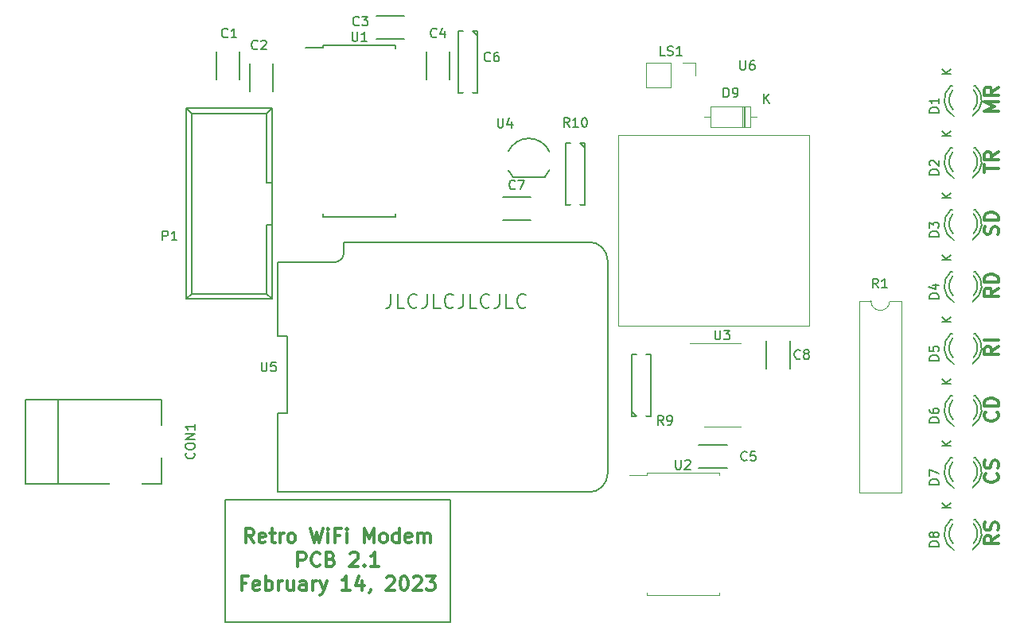
<source format=gto>
G04 #@! TF.GenerationSoftware,KiCad,Pcbnew,5.1.12*
G04 #@! TF.CreationDate,2023-02-14T20:37:59-07:00*
G04 #@! TF.ProjectId,RetroWiFiModem,52657472-6f57-4694-9669-4d6f64656d2e,0.3*
G04 #@! TF.SameCoordinates,Original*
G04 #@! TF.FileFunction,Legend,Top*
G04 #@! TF.FilePolarity,Positive*
%FSLAX46Y46*%
G04 Gerber Fmt 4.6, Leading zero omitted, Abs format (unit mm)*
G04 Created by KiCad (PCBNEW 5.1.12) date 2023-02-14 20:37:59*
%MOMM*%
%LPD*%
G01*
G04 APERTURE LIST*
%ADD10C,0.150000*%
%ADD11C,0.300000*%
%ADD12C,0.120000*%
%ADD13C,1.524000*%
%ADD14C,1.300000*%
%ADD15R,1.300000X1.300000*%
%ADD16C,1.397000*%
%ADD17C,1.800000*%
%ADD18O,1.727200X1.727200*%
%ADD19R,1.727200X1.727200*%
%ADD20R,3.500120X3.500120*%
%ADD21C,2.000000*%
%ADD22R,2.000000X2.000000*%
%ADD23R,1.700000X1.700000*%
%ADD24O,1.700000X1.700000*%
%ADD25O,2.400000X1.600000*%
%ADD26R,2.400000X1.600000*%
%ADD27C,3.200000*%
%ADD28R,2.000000X0.600000*%
%ADD29R,1.600000X1.600000*%
%ADD30O,1.600000X1.600000*%
G04 APERTURE END LIST*
D10*
X144836428Y-106493571D02*
X144836428Y-107565000D01*
X144765000Y-107779285D01*
X144622142Y-107922142D01*
X144407857Y-107993571D01*
X144265000Y-107993571D01*
X146265000Y-107993571D02*
X145550714Y-107993571D01*
X145550714Y-106493571D01*
X147622142Y-107850714D02*
X147550714Y-107922142D01*
X147336428Y-107993571D01*
X147193571Y-107993571D01*
X146979285Y-107922142D01*
X146836428Y-107779285D01*
X146765000Y-107636428D01*
X146693571Y-107350714D01*
X146693571Y-107136428D01*
X146765000Y-106850714D01*
X146836428Y-106707857D01*
X146979285Y-106565000D01*
X147193571Y-106493571D01*
X147336428Y-106493571D01*
X147550714Y-106565000D01*
X147622142Y-106636428D01*
X148693571Y-106493571D02*
X148693571Y-107565000D01*
X148622142Y-107779285D01*
X148479285Y-107922142D01*
X148265000Y-107993571D01*
X148122142Y-107993571D01*
X150122142Y-107993571D02*
X149407857Y-107993571D01*
X149407857Y-106493571D01*
X151479285Y-107850714D02*
X151407857Y-107922142D01*
X151193571Y-107993571D01*
X151050714Y-107993571D01*
X150836428Y-107922142D01*
X150693571Y-107779285D01*
X150622142Y-107636428D01*
X150550714Y-107350714D01*
X150550714Y-107136428D01*
X150622142Y-106850714D01*
X150693571Y-106707857D01*
X150836428Y-106565000D01*
X151050714Y-106493571D01*
X151193571Y-106493571D01*
X151407857Y-106565000D01*
X151479285Y-106636428D01*
X152550714Y-106493571D02*
X152550714Y-107565000D01*
X152479285Y-107779285D01*
X152336428Y-107922142D01*
X152122142Y-107993571D01*
X151979285Y-107993571D01*
X153979285Y-107993571D02*
X153265000Y-107993571D01*
X153265000Y-106493571D01*
X155336428Y-107850714D02*
X155265000Y-107922142D01*
X155050714Y-107993571D01*
X154907857Y-107993571D01*
X154693571Y-107922142D01*
X154550714Y-107779285D01*
X154479285Y-107636428D01*
X154407857Y-107350714D01*
X154407857Y-107136428D01*
X154479285Y-106850714D01*
X154550714Y-106707857D01*
X154693571Y-106565000D01*
X154907857Y-106493571D01*
X155050714Y-106493571D01*
X155265000Y-106565000D01*
X155336428Y-106636428D01*
X156407857Y-106493571D02*
X156407857Y-107565000D01*
X156336428Y-107779285D01*
X156193571Y-107922142D01*
X155979285Y-107993571D01*
X155836428Y-107993571D01*
X157836428Y-107993571D02*
X157122142Y-107993571D01*
X157122142Y-106493571D01*
X159193571Y-107850714D02*
X159122142Y-107922142D01*
X158907857Y-107993571D01*
X158765000Y-107993571D01*
X158550714Y-107922142D01*
X158407857Y-107779285D01*
X158336428Y-107636428D01*
X158265000Y-107350714D01*
X158265000Y-107136428D01*
X158336428Y-106850714D01*
X158407857Y-106707857D01*
X158550714Y-106565000D01*
X158765000Y-106493571D01*
X158907857Y-106493571D01*
X159122142Y-106565000D01*
X159193571Y-106636428D01*
X127159000Y-141476000D02*
X127159000Y-128476000D01*
X151159000Y-141476000D02*
X127159000Y-141476000D01*
X151159000Y-128476000D02*
X151159000Y-141476000D01*
X127159000Y-128476000D02*
X151159000Y-128476000D01*
D11*
X130227714Y-133002571D02*
X129727714Y-132288285D01*
X129370571Y-133002571D02*
X129370571Y-131502571D01*
X129942000Y-131502571D01*
X130084857Y-131574000D01*
X130156285Y-131645428D01*
X130227714Y-131788285D01*
X130227714Y-132002571D01*
X130156285Y-132145428D01*
X130084857Y-132216857D01*
X129942000Y-132288285D01*
X129370571Y-132288285D01*
X131442000Y-132931142D02*
X131299142Y-133002571D01*
X131013428Y-133002571D01*
X130870571Y-132931142D01*
X130799142Y-132788285D01*
X130799142Y-132216857D01*
X130870571Y-132074000D01*
X131013428Y-132002571D01*
X131299142Y-132002571D01*
X131442000Y-132074000D01*
X131513428Y-132216857D01*
X131513428Y-132359714D01*
X130799142Y-132502571D01*
X131942000Y-132002571D02*
X132513428Y-132002571D01*
X132156285Y-131502571D02*
X132156285Y-132788285D01*
X132227714Y-132931142D01*
X132370571Y-133002571D01*
X132513428Y-133002571D01*
X133013428Y-133002571D02*
X133013428Y-132002571D01*
X133013428Y-132288285D02*
X133084857Y-132145428D01*
X133156285Y-132074000D01*
X133299142Y-132002571D01*
X133442000Y-132002571D01*
X134156285Y-133002571D02*
X134013428Y-132931142D01*
X133942000Y-132859714D01*
X133870571Y-132716857D01*
X133870571Y-132288285D01*
X133942000Y-132145428D01*
X134013428Y-132074000D01*
X134156285Y-132002571D01*
X134370571Y-132002571D01*
X134513428Y-132074000D01*
X134584857Y-132145428D01*
X134656285Y-132288285D01*
X134656285Y-132716857D01*
X134584857Y-132859714D01*
X134513428Y-132931142D01*
X134370571Y-133002571D01*
X134156285Y-133002571D01*
X136299142Y-131502571D02*
X136656285Y-133002571D01*
X136942000Y-131931142D01*
X137227714Y-133002571D01*
X137584857Y-131502571D01*
X138156285Y-133002571D02*
X138156285Y-132002571D01*
X138156285Y-131502571D02*
X138084857Y-131574000D01*
X138156285Y-131645428D01*
X138227714Y-131574000D01*
X138156285Y-131502571D01*
X138156285Y-131645428D01*
X139370571Y-132216857D02*
X138870571Y-132216857D01*
X138870571Y-133002571D02*
X138870571Y-131502571D01*
X139584857Y-131502571D01*
X140156285Y-133002571D02*
X140156285Y-132002571D01*
X140156285Y-131502571D02*
X140084857Y-131574000D01*
X140156285Y-131645428D01*
X140227714Y-131574000D01*
X140156285Y-131502571D01*
X140156285Y-131645428D01*
X142013428Y-133002571D02*
X142013428Y-131502571D01*
X142513428Y-132574000D01*
X143013428Y-131502571D01*
X143013428Y-133002571D01*
X143942000Y-133002571D02*
X143799142Y-132931142D01*
X143727714Y-132859714D01*
X143656285Y-132716857D01*
X143656285Y-132288285D01*
X143727714Y-132145428D01*
X143799142Y-132074000D01*
X143942000Y-132002571D01*
X144156285Y-132002571D01*
X144299142Y-132074000D01*
X144370571Y-132145428D01*
X144442000Y-132288285D01*
X144442000Y-132716857D01*
X144370571Y-132859714D01*
X144299142Y-132931142D01*
X144156285Y-133002571D01*
X143942000Y-133002571D01*
X145727714Y-133002571D02*
X145727714Y-131502571D01*
X145727714Y-132931142D02*
X145584857Y-133002571D01*
X145299142Y-133002571D01*
X145156285Y-132931142D01*
X145084857Y-132859714D01*
X145013428Y-132716857D01*
X145013428Y-132288285D01*
X145084857Y-132145428D01*
X145156285Y-132074000D01*
X145299142Y-132002571D01*
X145584857Y-132002571D01*
X145727714Y-132074000D01*
X147013428Y-132931142D02*
X146870571Y-133002571D01*
X146584857Y-133002571D01*
X146442000Y-132931142D01*
X146370571Y-132788285D01*
X146370571Y-132216857D01*
X146442000Y-132074000D01*
X146584857Y-132002571D01*
X146870571Y-132002571D01*
X147013428Y-132074000D01*
X147084857Y-132216857D01*
X147084857Y-132359714D01*
X146370571Y-132502571D01*
X147727714Y-133002571D02*
X147727714Y-132002571D01*
X147727714Y-132145428D02*
X147799142Y-132074000D01*
X147942000Y-132002571D01*
X148156285Y-132002571D01*
X148299142Y-132074000D01*
X148370571Y-132216857D01*
X148370571Y-133002571D01*
X148370571Y-132216857D02*
X148442000Y-132074000D01*
X148584857Y-132002571D01*
X148799142Y-132002571D01*
X148942000Y-132074000D01*
X149013428Y-132216857D01*
X149013428Y-133002571D01*
X134942000Y-135552571D02*
X134942000Y-134052571D01*
X135513428Y-134052571D01*
X135656285Y-134124000D01*
X135727714Y-134195428D01*
X135799142Y-134338285D01*
X135799142Y-134552571D01*
X135727714Y-134695428D01*
X135656285Y-134766857D01*
X135513428Y-134838285D01*
X134942000Y-134838285D01*
X137299142Y-135409714D02*
X137227714Y-135481142D01*
X137013428Y-135552571D01*
X136870571Y-135552571D01*
X136656285Y-135481142D01*
X136513428Y-135338285D01*
X136442000Y-135195428D01*
X136370571Y-134909714D01*
X136370571Y-134695428D01*
X136442000Y-134409714D01*
X136513428Y-134266857D01*
X136656285Y-134124000D01*
X136870571Y-134052571D01*
X137013428Y-134052571D01*
X137227714Y-134124000D01*
X137299142Y-134195428D01*
X138442000Y-134766857D02*
X138656285Y-134838285D01*
X138727714Y-134909714D01*
X138799142Y-135052571D01*
X138799142Y-135266857D01*
X138727714Y-135409714D01*
X138656285Y-135481142D01*
X138513428Y-135552571D01*
X137942000Y-135552571D01*
X137942000Y-134052571D01*
X138442000Y-134052571D01*
X138584857Y-134124000D01*
X138656285Y-134195428D01*
X138727714Y-134338285D01*
X138727714Y-134481142D01*
X138656285Y-134624000D01*
X138584857Y-134695428D01*
X138442000Y-134766857D01*
X137942000Y-134766857D01*
X140513428Y-134195428D02*
X140584857Y-134124000D01*
X140727714Y-134052571D01*
X141084857Y-134052571D01*
X141227714Y-134124000D01*
X141299142Y-134195428D01*
X141370571Y-134338285D01*
X141370571Y-134481142D01*
X141299142Y-134695428D01*
X140442000Y-135552571D01*
X141370571Y-135552571D01*
X142013428Y-135409714D02*
X142084857Y-135481142D01*
X142013428Y-135552571D01*
X141942000Y-135481142D01*
X142013428Y-135409714D01*
X142013428Y-135552571D01*
X143513428Y-135552571D02*
X142656285Y-135552571D01*
X143084857Y-135552571D02*
X143084857Y-134052571D01*
X142942000Y-134266857D01*
X142799142Y-134409714D01*
X142656285Y-134481142D01*
X129442000Y-137316857D02*
X128942000Y-137316857D01*
X128942000Y-138102571D02*
X128942000Y-136602571D01*
X129656285Y-136602571D01*
X130799142Y-138031142D02*
X130656285Y-138102571D01*
X130370571Y-138102571D01*
X130227714Y-138031142D01*
X130156285Y-137888285D01*
X130156285Y-137316857D01*
X130227714Y-137174000D01*
X130370571Y-137102571D01*
X130656285Y-137102571D01*
X130799142Y-137174000D01*
X130870571Y-137316857D01*
X130870571Y-137459714D01*
X130156285Y-137602571D01*
X131513428Y-138102571D02*
X131513428Y-136602571D01*
X131513428Y-137174000D02*
X131656285Y-137102571D01*
X131942000Y-137102571D01*
X132084857Y-137174000D01*
X132156285Y-137245428D01*
X132227714Y-137388285D01*
X132227714Y-137816857D01*
X132156285Y-137959714D01*
X132084857Y-138031142D01*
X131942000Y-138102571D01*
X131656285Y-138102571D01*
X131513428Y-138031142D01*
X132870571Y-138102571D02*
X132870571Y-137102571D01*
X132870571Y-137388285D02*
X132942000Y-137245428D01*
X133013428Y-137174000D01*
X133156285Y-137102571D01*
X133299142Y-137102571D01*
X134442000Y-137102571D02*
X134442000Y-138102571D01*
X133799142Y-137102571D02*
X133799142Y-137888285D01*
X133870571Y-138031142D01*
X134013428Y-138102571D01*
X134227714Y-138102571D01*
X134370571Y-138031142D01*
X134442000Y-137959714D01*
X135799142Y-138102571D02*
X135799142Y-137316857D01*
X135727714Y-137174000D01*
X135584857Y-137102571D01*
X135299142Y-137102571D01*
X135156285Y-137174000D01*
X135799142Y-138031142D02*
X135656285Y-138102571D01*
X135299142Y-138102571D01*
X135156285Y-138031142D01*
X135084857Y-137888285D01*
X135084857Y-137745428D01*
X135156285Y-137602571D01*
X135299142Y-137531142D01*
X135656285Y-137531142D01*
X135799142Y-137459714D01*
X136513428Y-138102571D02*
X136513428Y-137102571D01*
X136513428Y-137388285D02*
X136584857Y-137245428D01*
X136656285Y-137174000D01*
X136799142Y-137102571D01*
X136942000Y-137102571D01*
X137299142Y-137102571D02*
X137656285Y-138102571D01*
X138013428Y-137102571D02*
X137656285Y-138102571D01*
X137513428Y-138459714D01*
X137442000Y-138531142D01*
X137299142Y-138602571D01*
X140513428Y-138102571D02*
X139656285Y-138102571D01*
X140084857Y-138102571D02*
X140084857Y-136602571D01*
X139942000Y-136816857D01*
X139799142Y-136959714D01*
X139656285Y-137031142D01*
X141799142Y-137102571D02*
X141799142Y-138102571D01*
X141442000Y-136531142D02*
X141084857Y-137602571D01*
X142013428Y-137602571D01*
X142656285Y-138031142D02*
X142656285Y-138102571D01*
X142584857Y-138245428D01*
X142513428Y-138316857D01*
X144370571Y-136745428D02*
X144442000Y-136674000D01*
X144584857Y-136602571D01*
X144942000Y-136602571D01*
X145084857Y-136674000D01*
X145156285Y-136745428D01*
X145227714Y-136888285D01*
X145227714Y-137031142D01*
X145156285Y-137245428D01*
X144299142Y-138102571D01*
X145227714Y-138102571D01*
X146156285Y-136602571D02*
X146299142Y-136602571D01*
X146442000Y-136674000D01*
X146513428Y-136745428D01*
X146584857Y-136888285D01*
X146656285Y-137174000D01*
X146656285Y-137531142D01*
X146584857Y-137816857D01*
X146513428Y-137959714D01*
X146442000Y-138031142D01*
X146299142Y-138102571D01*
X146156285Y-138102571D01*
X146013428Y-138031142D01*
X145942000Y-137959714D01*
X145870571Y-137816857D01*
X145799142Y-137531142D01*
X145799142Y-137174000D01*
X145870571Y-136888285D01*
X145942000Y-136745428D01*
X146013428Y-136674000D01*
X146156285Y-136602571D01*
X147227714Y-136745428D02*
X147299142Y-136674000D01*
X147442000Y-136602571D01*
X147799142Y-136602571D01*
X147942000Y-136674000D01*
X148013428Y-136745428D01*
X148084857Y-136888285D01*
X148084857Y-137031142D01*
X148013428Y-137245428D01*
X147156285Y-138102571D01*
X148084857Y-138102571D01*
X148584857Y-136602571D02*
X149513428Y-136602571D01*
X149013428Y-137174000D01*
X149227714Y-137174000D01*
X149370571Y-137245428D01*
X149442000Y-137316857D01*
X149513428Y-137459714D01*
X149513428Y-137816857D01*
X149442000Y-137959714D01*
X149370571Y-138031142D01*
X149227714Y-138102571D01*
X148799142Y-138102571D01*
X148656285Y-138031142D01*
X148584857Y-137959714D01*
X209466571Y-132264000D02*
X208752285Y-132764000D01*
X209466571Y-133121142D02*
X207966571Y-133121142D01*
X207966571Y-132549714D01*
X208038000Y-132406857D01*
X208109428Y-132335428D01*
X208252285Y-132264000D01*
X208466571Y-132264000D01*
X208609428Y-132335428D01*
X208680857Y-132406857D01*
X208752285Y-132549714D01*
X208752285Y-133121142D01*
X209395142Y-131692571D02*
X209466571Y-131478285D01*
X209466571Y-131121142D01*
X209395142Y-130978285D01*
X209323714Y-130906857D01*
X209180857Y-130835428D01*
X209038000Y-130835428D01*
X208895142Y-130906857D01*
X208823714Y-130978285D01*
X208752285Y-131121142D01*
X208680857Y-131406857D01*
X208609428Y-131549714D01*
X208538000Y-131621142D01*
X208395142Y-131692571D01*
X208252285Y-131692571D01*
X208109428Y-131621142D01*
X208038000Y-131549714D01*
X207966571Y-131406857D01*
X207966571Y-131049714D01*
X208038000Y-130835428D01*
X209466571Y-132264000D02*
X208752285Y-132764000D01*
X209466571Y-133121142D02*
X207966571Y-133121142D01*
X207966571Y-132549714D01*
X208038000Y-132406857D01*
X208109428Y-132335428D01*
X208252285Y-132264000D01*
X208466571Y-132264000D01*
X208609428Y-132335428D01*
X208680857Y-132406857D01*
X208752285Y-132549714D01*
X208752285Y-133121142D01*
X209395142Y-131692571D02*
X209466571Y-131478285D01*
X209466571Y-131121142D01*
X209395142Y-130978285D01*
X209323714Y-130906857D01*
X209180857Y-130835428D01*
X209038000Y-130835428D01*
X208895142Y-130906857D01*
X208823714Y-130978285D01*
X208752285Y-131121142D01*
X208680857Y-131406857D01*
X208609428Y-131549714D01*
X208538000Y-131621142D01*
X208395142Y-131692571D01*
X208252285Y-131692571D01*
X208109428Y-131621142D01*
X208038000Y-131549714D01*
X207966571Y-131406857D01*
X207966571Y-131049714D01*
X208038000Y-130835428D01*
X209323714Y-125660000D02*
X209395142Y-125731428D01*
X209466571Y-125945714D01*
X209466571Y-126088571D01*
X209395142Y-126302857D01*
X209252285Y-126445714D01*
X209109428Y-126517142D01*
X208823714Y-126588571D01*
X208609428Y-126588571D01*
X208323714Y-126517142D01*
X208180857Y-126445714D01*
X208038000Y-126302857D01*
X207966571Y-126088571D01*
X207966571Y-125945714D01*
X208038000Y-125731428D01*
X208109428Y-125660000D01*
X209395142Y-125088571D02*
X209466571Y-124874285D01*
X209466571Y-124517142D01*
X209395142Y-124374285D01*
X209323714Y-124302857D01*
X209180857Y-124231428D01*
X209038000Y-124231428D01*
X208895142Y-124302857D01*
X208823714Y-124374285D01*
X208752285Y-124517142D01*
X208680857Y-124802857D01*
X208609428Y-124945714D01*
X208538000Y-125017142D01*
X208395142Y-125088571D01*
X208252285Y-125088571D01*
X208109428Y-125017142D01*
X208038000Y-124945714D01*
X207966571Y-124802857D01*
X207966571Y-124445714D01*
X208038000Y-124231428D01*
X209323714Y-119091714D02*
X209395142Y-119163142D01*
X209466571Y-119377428D01*
X209466571Y-119520285D01*
X209395142Y-119734571D01*
X209252285Y-119877428D01*
X209109428Y-119948857D01*
X208823714Y-120020285D01*
X208609428Y-120020285D01*
X208323714Y-119948857D01*
X208180857Y-119877428D01*
X208038000Y-119734571D01*
X207966571Y-119520285D01*
X207966571Y-119377428D01*
X208038000Y-119163142D01*
X208109428Y-119091714D01*
X209466571Y-118448857D02*
X207966571Y-118448857D01*
X207966571Y-118091714D01*
X208038000Y-117877428D01*
X208180857Y-117734571D01*
X208323714Y-117663142D01*
X208609428Y-117591714D01*
X208823714Y-117591714D01*
X209109428Y-117663142D01*
X209252285Y-117734571D01*
X209395142Y-117877428D01*
X209466571Y-118091714D01*
X209466571Y-118448857D01*
X209466571Y-112094857D02*
X208752285Y-112594857D01*
X209466571Y-112952000D02*
X207966571Y-112952000D01*
X207966571Y-112380571D01*
X208038000Y-112237714D01*
X208109428Y-112166285D01*
X208252285Y-112094857D01*
X208466571Y-112094857D01*
X208609428Y-112166285D01*
X208680857Y-112237714D01*
X208752285Y-112380571D01*
X208752285Y-112952000D01*
X209466571Y-111452000D02*
X207966571Y-111452000D01*
X209466571Y-105883714D02*
X208752285Y-106383714D01*
X209466571Y-106740857D02*
X207966571Y-106740857D01*
X207966571Y-106169428D01*
X208038000Y-106026571D01*
X208109428Y-105955142D01*
X208252285Y-105883714D01*
X208466571Y-105883714D01*
X208609428Y-105955142D01*
X208680857Y-106026571D01*
X208752285Y-106169428D01*
X208752285Y-106740857D01*
X209466571Y-105240857D02*
X207966571Y-105240857D01*
X207966571Y-104883714D01*
X208038000Y-104669428D01*
X208180857Y-104526571D01*
X208323714Y-104455142D01*
X208609428Y-104383714D01*
X208823714Y-104383714D01*
X209109428Y-104455142D01*
X209252285Y-104526571D01*
X209395142Y-104669428D01*
X209466571Y-104883714D01*
X209466571Y-105240857D01*
X209395142Y-100172571D02*
X209466571Y-99958285D01*
X209466571Y-99601142D01*
X209395142Y-99458285D01*
X209323714Y-99386857D01*
X209180857Y-99315428D01*
X209038000Y-99315428D01*
X208895142Y-99386857D01*
X208823714Y-99458285D01*
X208752285Y-99601142D01*
X208680857Y-99886857D01*
X208609428Y-100029714D01*
X208538000Y-100101142D01*
X208395142Y-100172571D01*
X208252285Y-100172571D01*
X208109428Y-100101142D01*
X208038000Y-100029714D01*
X207966571Y-99886857D01*
X207966571Y-99529714D01*
X208038000Y-99315428D01*
X209466571Y-98672571D02*
X207966571Y-98672571D01*
X207966571Y-98315428D01*
X208038000Y-98101142D01*
X208180857Y-97958285D01*
X208323714Y-97886857D01*
X208609428Y-97815428D01*
X208823714Y-97815428D01*
X209109428Y-97886857D01*
X209252285Y-97958285D01*
X209395142Y-98101142D01*
X209466571Y-98315428D01*
X209466571Y-98672571D01*
X207966571Y-93568571D02*
X207966571Y-92711428D01*
X209466571Y-93140000D02*
X207966571Y-93140000D01*
X209466571Y-91354285D02*
X208752285Y-91854285D01*
X209466571Y-92211428D02*
X207966571Y-92211428D01*
X207966571Y-91640000D01*
X208038000Y-91497142D01*
X208109428Y-91425714D01*
X208252285Y-91354285D01*
X208466571Y-91354285D01*
X208609428Y-91425714D01*
X208680857Y-91497142D01*
X208752285Y-91640000D01*
X208752285Y-92211428D01*
X209466571Y-87036000D02*
X207966571Y-87036000D01*
X209038000Y-86536000D01*
X207966571Y-86036000D01*
X209466571Y-86036000D01*
X209466571Y-84464571D02*
X208752285Y-84964571D01*
X209466571Y-85321714D02*
X207966571Y-85321714D01*
X207966571Y-84750285D01*
X208038000Y-84607428D01*
X208109428Y-84536000D01*
X208252285Y-84464571D01*
X208466571Y-84464571D01*
X208609428Y-84536000D01*
X208680857Y-84607428D01*
X208752285Y-84750285D01*
X208752285Y-85321714D01*
D12*
X169037000Y-109855000D02*
X169037000Y-89535000D01*
X189357000Y-109855000D02*
X169037000Y-109855000D01*
X189357000Y-89535000D02*
X189357000Y-109855000D01*
X169037000Y-89535000D02*
X189357000Y-89535000D01*
D10*
X187305000Y-111510000D02*
X187305000Y-114510000D01*
X184805000Y-114510000D02*
X184805000Y-111510000D01*
X156722000Y-96159000D02*
X159722000Y-96159000D01*
X159722000Y-98659000D02*
X156722000Y-98659000D01*
X180590000Y-125075000D02*
X177590000Y-125075000D01*
X177590000Y-122575000D02*
X180590000Y-122575000D01*
X148610000Y-83689000D02*
X148610000Y-80689000D01*
X151110000Y-80689000D02*
X151110000Y-83689000D01*
X143260000Y-76855000D02*
X146260000Y-76855000D01*
X146260000Y-79355000D02*
X143260000Y-79355000D01*
X129814000Y-84959000D02*
X129814000Y-81959000D01*
X132314000Y-81959000D02*
X132314000Y-84959000D01*
X128758000Y-80649000D02*
X128758000Y-83649000D01*
X126258000Y-83649000D02*
X126258000Y-80649000D01*
X171450000Y-120015000D02*
X171450000Y-119507000D01*
X171450000Y-112395000D02*
X171450000Y-112903000D01*
X171450000Y-112903000D02*
X170434000Y-112903000D01*
X170434000Y-112903000D02*
X170434000Y-119507000D01*
X170434000Y-119507000D02*
X172466000Y-119507000D01*
X172466000Y-119507000D02*
X172466000Y-112903000D01*
X172466000Y-112903000D02*
X171450000Y-112903000D01*
X170942000Y-119507000D02*
X170434000Y-118999000D01*
X153035000Y-77978000D02*
X153035000Y-78486000D01*
X153035000Y-85598000D02*
X153035000Y-85090000D01*
X153035000Y-85090000D02*
X154051000Y-85090000D01*
X154051000Y-85090000D02*
X154051000Y-78486000D01*
X154051000Y-78486000D02*
X152019000Y-78486000D01*
X152019000Y-78486000D02*
X152019000Y-85090000D01*
X152019000Y-85090000D02*
X153035000Y-85090000D01*
X153543000Y-78486000D02*
X154051000Y-78994000D01*
X164465000Y-89916000D02*
X164465000Y-90424000D01*
X164465000Y-97536000D02*
X164465000Y-97028000D01*
X164465000Y-97028000D02*
X165481000Y-97028000D01*
X165481000Y-97028000D02*
X165481000Y-90424000D01*
X165481000Y-90424000D02*
X163449000Y-90424000D01*
X163449000Y-90424000D02*
X163449000Y-97028000D01*
X163449000Y-97028000D02*
X164465000Y-97028000D01*
X164973000Y-90424000D02*
X165481000Y-90932000D01*
X132830000Y-127630000D02*
X165910000Y-127630000D01*
X167910000Y-125630000D02*
X167910000Y-102970000D01*
X165910000Y-100970000D02*
X139830000Y-100970000D01*
X132830000Y-103120000D02*
X132830000Y-110980000D01*
X132830000Y-110980000D02*
X133830000Y-110980000D01*
X133830000Y-110980000D02*
X133830000Y-119200000D01*
X133830000Y-119200000D02*
X132830000Y-119200000D01*
X132830000Y-119200000D02*
X132830000Y-127629999D01*
X132830000Y-103120000D02*
X138830000Y-103120000D01*
X139830000Y-102130000D02*
X139830000Y-100970000D01*
X139830000Y-100970000D02*
X139830000Y-100970000D01*
X138830000Y-103120000D02*
G75*
G03*
X139830000Y-102120000I0J1000000D01*
G01*
X165910000Y-127630000D02*
G75*
G03*
X167910000Y-125630000I0J2000000D01*
G01*
X167910000Y-102970000D02*
G75*
G03*
X165910000Y-100970000I-2000000J0D01*
G01*
X123085000Y-107045000D02*
X123085000Y-86725000D01*
X123635000Y-106505000D02*
X123635000Y-87285000D01*
X132185000Y-107045000D02*
X132185000Y-86725000D01*
X131635000Y-106505000D02*
X131635000Y-99135000D01*
X131635000Y-94635000D02*
X131635000Y-87285000D01*
X131635000Y-99135000D02*
X132185000Y-99135000D01*
X131635000Y-94635000D02*
X132185000Y-94635000D01*
X123085000Y-107045000D02*
X132185000Y-107045000D01*
X123635000Y-106505000D02*
X131635000Y-106505000D01*
X123085000Y-86725000D02*
X132185000Y-86725000D01*
X123635000Y-87285000D02*
X131635000Y-87285000D01*
X123085000Y-107045000D02*
X123635000Y-106505000D01*
X123085000Y-86725000D02*
X123635000Y-87285000D01*
X132185000Y-107045000D02*
X131635000Y-106505000D01*
X132185000Y-86725000D02*
X131635000Y-87285000D01*
X109409500Y-117729120D02*
X109409500Y-126730880D01*
X105909380Y-117729120D02*
X105909380Y-126730880D01*
X105909380Y-126730880D02*
X120410240Y-126730880D01*
X120410240Y-126730880D02*
X120410240Y-117729120D01*
X120410240Y-117729120D02*
X105909380Y-117729120D01*
X207020000Y-130545000D02*
X206840000Y-130545000D01*
X204426000Y-130545000D02*
X204626000Y-130545000D01*
X204626747Y-131031111D02*
G75*
G03*
X204646000Y-133079000I1079253J-1013889D01*
G01*
X204399274Y-130557780D02*
G75*
G03*
X204746000Y-133795000I1306726J-1497220D01*
G01*
X206839068Y-133097006D02*
G75*
G03*
X206840000Y-130994000I-1133068J1052006D01*
G01*
X206709643Y-133772744D02*
G75*
G03*
X207026000Y-130545000I-1003643J1727744D01*
G01*
X207020000Y-123941000D02*
X206840000Y-123941000D01*
X204426000Y-123941000D02*
X204626000Y-123941000D01*
X204626747Y-124427111D02*
G75*
G03*
X204646000Y-126475000I1079253J-1013889D01*
G01*
X204399274Y-123953780D02*
G75*
G03*
X204746000Y-127191000I1306726J-1497220D01*
G01*
X206839068Y-126493006D02*
G75*
G03*
X206840000Y-124390000I-1133068J1052006D01*
G01*
X206709643Y-127168744D02*
G75*
G03*
X207026000Y-123941000I-1003643J1727744D01*
G01*
X207020000Y-117337000D02*
X206840000Y-117337000D01*
X204426000Y-117337000D02*
X204626000Y-117337000D01*
X204626747Y-117823111D02*
G75*
G03*
X204646000Y-119871000I1079253J-1013889D01*
G01*
X204399274Y-117349780D02*
G75*
G03*
X204746000Y-120587000I1306726J-1497220D01*
G01*
X206839068Y-119889006D02*
G75*
G03*
X206840000Y-117786000I-1133068J1052006D01*
G01*
X206709643Y-120564744D02*
G75*
G03*
X207026000Y-117337000I-1003643J1727744D01*
G01*
X207020000Y-110733000D02*
X206840000Y-110733000D01*
X204426000Y-110733000D02*
X204626000Y-110733000D01*
X204626747Y-111219111D02*
G75*
G03*
X204646000Y-113267000I1079253J-1013889D01*
G01*
X204399274Y-110745780D02*
G75*
G03*
X204746000Y-113983000I1306726J-1497220D01*
G01*
X206839068Y-113285006D02*
G75*
G03*
X206840000Y-111182000I-1133068J1052006D01*
G01*
X206709643Y-113960744D02*
G75*
G03*
X207026000Y-110733000I-1003643J1727744D01*
G01*
X207020000Y-104129000D02*
X206840000Y-104129000D01*
X204426000Y-104129000D02*
X204626000Y-104129000D01*
X204626747Y-104615111D02*
G75*
G03*
X204646000Y-106663000I1079253J-1013889D01*
G01*
X204399274Y-104141780D02*
G75*
G03*
X204746000Y-107379000I1306726J-1497220D01*
G01*
X206839068Y-106681006D02*
G75*
G03*
X206840000Y-104578000I-1133068J1052006D01*
G01*
X206709643Y-107356744D02*
G75*
G03*
X207026000Y-104129000I-1003643J1727744D01*
G01*
X207020000Y-97525000D02*
X206840000Y-97525000D01*
X204426000Y-97525000D02*
X204626000Y-97525000D01*
X204626747Y-98011111D02*
G75*
G03*
X204646000Y-100059000I1079253J-1013889D01*
G01*
X204399274Y-97537780D02*
G75*
G03*
X204746000Y-100775000I1306726J-1497220D01*
G01*
X206839068Y-100077006D02*
G75*
G03*
X206840000Y-97974000I-1133068J1052006D01*
G01*
X206709643Y-100752744D02*
G75*
G03*
X207026000Y-97525000I-1003643J1727744D01*
G01*
X207020000Y-90921000D02*
X206840000Y-90921000D01*
X204426000Y-90921000D02*
X204626000Y-90921000D01*
X204626747Y-91407111D02*
G75*
G03*
X204646000Y-93455000I1079253J-1013889D01*
G01*
X204399274Y-90933780D02*
G75*
G03*
X204746000Y-94171000I1306726J-1497220D01*
G01*
X206839068Y-93473006D02*
G75*
G03*
X206840000Y-91370000I-1133068J1052006D01*
G01*
X206709643Y-94148744D02*
G75*
G03*
X207026000Y-90921000I-1003643J1727744D01*
G01*
X207020000Y-84317000D02*
X206840000Y-84317000D01*
X204426000Y-84317000D02*
X204626000Y-84317000D01*
X204626747Y-84803111D02*
G75*
G03*
X204646000Y-86851000I1079253J-1013889D01*
G01*
X204399274Y-84329780D02*
G75*
G03*
X204746000Y-87567000I1306726J-1497220D01*
G01*
X206839068Y-86869006D02*
G75*
G03*
X206840000Y-84766000I-1133068J1052006D01*
G01*
X206709643Y-87544744D02*
G75*
G03*
X207026000Y-84317000I-1003643J1727744D01*
G01*
D12*
X177225000Y-81855000D02*
X177225000Y-83185000D01*
X175895000Y-81855000D02*
X177225000Y-81855000D01*
X174625000Y-81855000D02*
X174625000Y-84515000D01*
X174625000Y-84515000D02*
X172025000Y-84515000D01*
X174625000Y-81855000D02*
X172025000Y-81855000D01*
X172025000Y-81855000D02*
X172025000Y-84515000D01*
X199163500Y-107255000D02*
X197913500Y-107255000D01*
X199163500Y-127695000D02*
X199163500Y-107255000D01*
X194663500Y-127695000D02*
X199163500Y-127695000D01*
X194663500Y-107255000D02*
X194663500Y-127695000D01*
X195913500Y-107255000D02*
X194663500Y-107255000D01*
X197913500Y-107255000D02*
G75*
G02*
X195913500Y-107255000I-1000000J0D01*
G01*
D10*
X157812000Y-94029000D02*
X161212000Y-94029000D01*
X161696879Y-91335873D02*
G75*
G03*
X159512000Y-89929000I-2184879J-993127D01*
G01*
X157327121Y-91335873D02*
G75*
G02*
X159512000Y-89929000I2184879J-993127D01*
G01*
X161699695Y-93325990D02*
G75*
G02*
X161212000Y-94029000I-2187695J996990D01*
G01*
X157324305Y-93325990D02*
G75*
G03*
X157812000Y-94029000I2187695J996990D01*
G01*
D12*
X180086000Y-120640000D02*
X182036000Y-120640000D01*
X180086000Y-120640000D02*
X178136000Y-120640000D01*
X180086000Y-111770000D02*
X182036000Y-111770000D01*
X180086000Y-111770000D02*
X176636000Y-111770000D01*
X175895000Y-138590000D02*
X179755000Y-138590000D01*
X179755000Y-138590000D02*
X179755000Y-138355000D01*
X175895000Y-138590000D02*
X172035000Y-138590000D01*
X172035000Y-138590000D02*
X172035000Y-138355000D01*
X175895000Y-125570000D02*
X179755000Y-125570000D01*
X179755000Y-125570000D02*
X179755000Y-125805000D01*
X175895000Y-125570000D02*
X172035000Y-125570000D01*
X172035000Y-125570000D02*
X172035000Y-125805000D01*
X172035000Y-125805000D02*
X170220000Y-125805000D01*
D10*
X137603000Y-80279000D02*
X135778000Y-80279000D01*
X137603000Y-98279000D02*
X145353000Y-98279000D01*
X137603000Y-80029000D02*
X145353000Y-80029000D01*
X137603000Y-98279000D02*
X137603000Y-97934000D01*
X145353000Y-98279000D02*
X145353000Y-97934000D01*
X145353000Y-80029000D02*
X145353000Y-80374000D01*
X137603000Y-80029000D02*
X137603000Y-80279000D01*
D12*
X183095000Y-88750000D02*
X183095000Y-86510000D01*
X183095000Y-86510000D02*
X178855000Y-86510000D01*
X178855000Y-86510000D02*
X178855000Y-88750000D01*
X178855000Y-88750000D02*
X183095000Y-88750000D01*
X183745000Y-87630000D02*
X183095000Y-87630000D01*
X178205000Y-87630000D02*
X178855000Y-87630000D01*
X182375000Y-88750000D02*
X182375000Y-86510000D01*
X182255000Y-88750000D02*
X182255000Y-86510000D01*
X182495000Y-88750000D02*
X182495000Y-86510000D01*
D10*
X181991095Y-81621380D02*
X181991095Y-82430904D01*
X182038714Y-82526142D01*
X182086333Y-82573761D01*
X182181571Y-82621380D01*
X182372047Y-82621380D01*
X182467285Y-82573761D01*
X182514904Y-82526142D01*
X182562523Y-82430904D01*
X182562523Y-81621380D01*
X183467285Y-81621380D02*
X183276809Y-81621380D01*
X183181571Y-81669000D01*
X183133952Y-81716619D01*
X183038714Y-81859476D01*
X182991095Y-82049952D01*
X182991095Y-82430904D01*
X183038714Y-82526142D01*
X183086333Y-82573761D01*
X183181571Y-82621380D01*
X183372047Y-82621380D01*
X183467285Y-82573761D01*
X183514904Y-82526142D01*
X183562523Y-82430904D01*
X183562523Y-82192809D01*
X183514904Y-82097571D01*
X183467285Y-82049952D01*
X183372047Y-82002333D01*
X183181571Y-82002333D01*
X183086333Y-82049952D01*
X183038714Y-82097571D01*
X182991095Y-82192809D01*
X188388333Y-113367142D02*
X188340714Y-113414761D01*
X188197857Y-113462380D01*
X188102619Y-113462380D01*
X187959761Y-113414761D01*
X187864523Y-113319523D01*
X187816904Y-113224285D01*
X187769285Y-113033809D01*
X187769285Y-112890952D01*
X187816904Y-112700476D01*
X187864523Y-112605238D01*
X187959761Y-112510000D01*
X188102619Y-112462380D01*
X188197857Y-112462380D01*
X188340714Y-112510000D01*
X188388333Y-112557619D01*
X188959761Y-112890952D02*
X188864523Y-112843333D01*
X188816904Y-112795714D01*
X188769285Y-112700476D01*
X188769285Y-112652857D01*
X188816904Y-112557619D01*
X188864523Y-112510000D01*
X188959761Y-112462380D01*
X189150238Y-112462380D01*
X189245476Y-112510000D01*
X189293095Y-112557619D01*
X189340714Y-112652857D01*
X189340714Y-112700476D01*
X189293095Y-112795714D01*
X189245476Y-112843333D01*
X189150238Y-112890952D01*
X188959761Y-112890952D01*
X188864523Y-112938571D01*
X188816904Y-112986190D01*
X188769285Y-113081428D01*
X188769285Y-113271904D01*
X188816904Y-113367142D01*
X188864523Y-113414761D01*
X188959761Y-113462380D01*
X189150238Y-113462380D01*
X189245476Y-113414761D01*
X189293095Y-113367142D01*
X189340714Y-113271904D01*
X189340714Y-113081428D01*
X189293095Y-112986190D01*
X189245476Y-112938571D01*
X189150238Y-112890952D01*
X158055333Y-95266142D02*
X158007714Y-95313761D01*
X157864857Y-95361380D01*
X157769619Y-95361380D01*
X157626761Y-95313761D01*
X157531523Y-95218523D01*
X157483904Y-95123285D01*
X157436285Y-94932809D01*
X157436285Y-94789952D01*
X157483904Y-94599476D01*
X157531523Y-94504238D01*
X157626761Y-94409000D01*
X157769619Y-94361380D01*
X157864857Y-94361380D01*
X158007714Y-94409000D01*
X158055333Y-94456619D01*
X158388666Y-94361380D02*
X159055333Y-94361380D01*
X158626761Y-95361380D01*
X182713333Y-124182142D02*
X182665714Y-124229761D01*
X182522857Y-124277380D01*
X182427619Y-124277380D01*
X182284761Y-124229761D01*
X182189523Y-124134523D01*
X182141904Y-124039285D01*
X182094285Y-123848809D01*
X182094285Y-123705952D01*
X182141904Y-123515476D01*
X182189523Y-123420238D01*
X182284761Y-123325000D01*
X182427619Y-123277380D01*
X182522857Y-123277380D01*
X182665714Y-123325000D01*
X182713333Y-123372619D01*
X183618095Y-123277380D02*
X183141904Y-123277380D01*
X183094285Y-123753571D01*
X183141904Y-123705952D01*
X183237142Y-123658333D01*
X183475238Y-123658333D01*
X183570476Y-123705952D01*
X183618095Y-123753571D01*
X183665714Y-123848809D01*
X183665714Y-124086904D01*
X183618095Y-124182142D01*
X183570476Y-124229761D01*
X183475238Y-124277380D01*
X183237142Y-124277380D01*
X183141904Y-124229761D01*
X183094285Y-124182142D01*
X149693333Y-79097142D02*
X149645714Y-79144761D01*
X149502857Y-79192380D01*
X149407619Y-79192380D01*
X149264761Y-79144761D01*
X149169523Y-79049523D01*
X149121904Y-78954285D01*
X149074285Y-78763809D01*
X149074285Y-78620952D01*
X149121904Y-78430476D01*
X149169523Y-78335238D01*
X149264761Y-78240000D01*
X149407619Y-78192380D01*
X149502857Y-78192380D01*
X149645714Y-78240000D01*
X149693333Y-78287619D01*
X150550476Y-78525714D02*
X150550476Y-79192380D01*
X150312380Y-78144761D02*
X150074285Y-78859047D01*
X150693333Y-78859047D01*
X141438333Y-77827142D02*
X141390714Y-77874761D01*
X141247857Y-77922380D01*
X141152619Y-77922380D01*
X141009761Y-77874761D01*
X140914523Y-77779523D01*
X140866904Y-77684285D01*
X140819285Y-77493809D01*
X140819285Y-77350952D01*
X140866904Y-77160476D01*
X140914523Y-77065238D01*
X141009761Y-76970000D01*
X141152619Y-76922380D01*
X141247857Y-76922380D01*
X141390714Y-76970000D01*
X141438333Y-77017619D01*
X141771666Y-76922380D02*
X142390714Y-76922380D01*
X142057380Y-77303333D01*
X142200238Y-77303333D01*
X142295476Y-77350952D01*
X142343095Y-77398571D01*
X142390714Y-77493809D01*
X142390714Y-77731904D01*
X142343095Y-77827142D01*
X142295476Y-77874761D01*
X142200238Y-77922380D01*
X141914523Y-77922380D01*
X141819285Y-77874761D01*
X141771666Y-77827142D01*
X130643333Y-80367142D02*
X130595714Y-80414761D01*
X130452857Y-80462380D01*
X130357619Y-80462380D01*
X130214761Y-80414761D01*
X130119523Y-80319523D01*
X130071904Y-80224285D01*
X130024285Y-80033809D01*
X130024285Y-79890952D01*
X130071904Y-79700476D01*
X130119523Y-79605238D01*
X130214761Y-79510000D01*
X130357619Y-79462380D01*
X130452857Y-79462380D01*
X130595714Y-79510000D01*
X130643333Y-79557619D01*
X131024285Y-79557619D02*
X131071904Y-79510000D01*
X131167142Y-79462380D01*
X131405238Y-79462380D01*
X131500476Y-79510000D01*
X131548095Y-79557619D01*
X131595714Y-79652857D01*
X131595714Y-79748095D01*
X131548095Y-79890952D01*
X130976666Y-80462380D01*
X131595714Y-80462380D01*
X127468333Y-79097142D02*
X127420714Y-79144761D01*
X127277857Y-79192380D01*
X127182619Y-79192380D01*
X127039761Y-79144761D01*
X126944523Y-79049523D01*
X126896904Y-78954285D01*
X126849285Y-78763809D01*
X126849285Y-78620952D01*
X126896904Y-78430476D01*
X126944523Y-78335238D01*
X127039761Y-78240000D01*
X127182619Y-78192380D01*
X127277857Y-78192380D01*
X127420714Y-78240000D01*
X127468333Y-78287619D01*
X128420714Y-79192380D02*
X127849285Y-79192380D01*
X128135000Y-79192380D02*
X128135000Y-78192380D01*
X128039761Y-78335238D01*
X127944523Y-78430476D01*
X127849285Y-78478095D01*
X173823333Y-120467380D02*
X173490000Y-119991190D01*
X173251904Y-120467380D02*
X173251904Y-119467380D01*
X173632857Y-119467380D01*
X173728095Y-119515000D01*
X173775714Y-119562619D01*
X173823333Y-119657857D01*
X173823333Y-119800714D01*
X173775714Y-119895952D01*
X173728095Y-119943571D01*
X173632857Y-119991190D01*
X173251904Y-119991190D01*
X174299523Y-120467380D02*
X174490000Y-120467380D01*
X174585238Y-120419761D01*
X174632857Y-120372142D01*
X174728095Y-120229285D01*
X174775714Y-120038809D01*
X174775714Y-119657857D01*
X174728095Y-119562619D01*
X174680476Y-119515000D01*
X174585238Y-119467380D01*
X174394761Y-119467380D01*
X174299523Y-119515000D01*
X174251904Y-119562619D01*
X174204285Y-119657857D01*
X174204285Y-119895952D01*
X174251904Y-119991190D01*
X174299523Y-120038809D01*
X174394761Y-120086428D01*
X174585238Y-120086428D01*
X174680476Y-120038809D01*
X174728095Y-119991190D01*
X174775714Y-119895952D01*
X155408333Y-81637142D02*
X155360714Y-81684761D01*
X155217857Y-81732380D01*
X155122619Y-81732380D01*
X154979761Y-81684761D01*
X154884523Y-81589523D01*
X154836904Y-81494285D01*
X154789285Y-81303809D01*
X154789285Y-81160952D01*
X154836904Y-80970476D01*
X154884523Y-80875238D01*
X154979761Y-80780000D01*
X155122619Y-80732380D01*
X155217857Y-80732380D01*
X155360714Y-80780000D01*
X155408333Y-80827619D01*
X156265476Y-80732380D02*
X156075000Y-80732380D01*
X155979761Y-80780000D01*
X155932142Y-80827619D01*
X155836904Y-80970476D01*
X155789285Y-81160952D01*
X155789285Y-81541904D01*
X155836904Y-81637142D01*
X155884523Y-81684761D01*
X155979761Y-81732380D01*
X156170238Y-81732380D01*
X156265476Y-81684761D01*
X156313095Y-81637142D01*
X156360714Y-81541904D01*
X156360714Y-81303809D01*
X156313095Y-81208571D01*
X156265476Y-81160952D01*
X156170238Y-81113333D01*
X155979761Y-81113333D01*
X155884523Y-81160952D01*
X155836904Y-81208571D01*
X155789285Y-81303809D01*
X163822142Y-88717380D02*
X163488809Y-88241190D01*
X163250714Y-88717380D02*
X163250714Y-87717380D01*
X163631666Y-87717380D01*
X163726904Y-87765000D01*
X163774523Y-87812619D01*
X163822142Y-87907857D01*
X163822142Y-88050714D01*
X163774523Y-88145952D01*
X163726904Y-88193571D01*
X163631666Y-88241190D01*
X163250714Y-88241190D01*
X164774523Y-88717380D02*
X164203095Y-88717380D01*
X164488809Y-88717380D02*
X164488809Y-87717380D01*
X164393571Y-87860238D01*
X164298333Y-87955476D01*
X164203095Y-88003095D01*
X165393571Y-87717380D02*
X165488809Y-87717380D01*
X165584047Y-87765000D01*
X165631666Y-87812619D01*
X165679285Y-87907857D01*
X165726904Y-88098333D01*
X165726904Y-88336428D01*
X165679285Y-88526904D01*
X165631666Y-88622142D01*
X165584047Y-88669761D01*
X165488809Y-88717380D01*
X165393571Y-88717380D01*
X165298333Y-88669761D01*
X165250714Y-88622142D01*
X165203095Y-88526904D01*
X165155476Y-88336428D01*
X165155476Y-88098333D01*
X165203095Y-87907857D01*
X165250714Y-87812619D01*
X165298333Y-87765000D01*
X165393571Y-87717380D01*
X131068095Y-113752380D02*
X131068095Y-114561904D01*
X131115714Y-114657142D01*
X131163333Y-114704761D01*
X131258571Y-114752380D01*
X131449047Y-114752380D01*
X131544285Y-114704761D01*
X131591904Y-114657142D01*
X131639523Y-114561904D01*
X131639523Y-113752380D01*
X132591904Y-113752380D02*
X132115714Y-113752380D01*
X132068095Y-114228571D01*
X132115714Y-114180952D01*
X132210952Y-114133333D01*
X132449047Y-114133333D01*
X132544285Y-114180952D01*
X132591904Y-114228571D01*
X132639523Y-114323809D01*
X132639523Y-114561904D01*
X132591904Y-114657142D01*
X132544285Y-114704761D01*
X132449047Y-114752380D01*
X132210952Y-114752380D01*
X132115714Y-114704761D01*
X132068095Y-114657142D01*
X120546904Y-100782380D02*
X120546904Y-99782380D01*
X120927857Y-99782380D01*
X121023095Y-99830000D01*
X121070714Y-99877619D01*
X121118333Y-99972857D01*
X121118333Y-100115714D01*
X121070714Y-100210952D01*
X121023095Y-100258571D01*
X120927857Y-100306190D01*
X120546904Y-100306190D01*
X122070714Y-100782380D02*
X121499285Y-100782380D01*
X121785000Y-100782380D02*
X121785000Y-99782380D01*
X121689761Y-99925238D01*
X121594523Y-100020476D01*
X121499285Y-100068095D01*
X123866182Y-123444285D02*
X123913801Y-123491904D01*
X123961420Y-123634761D01*
X123961420Y-123730000D01*
X123913801Y-123872857D01*
X123818563Y-123968095D01*
X123723325Y-124015714D01*
X123532849Y-124063333D01*
X123389992Y-124063333D01*
X123199516Y-124015714D01*
X123104278Y-123968095D01*
X123009040Y-123872857D01*
X122961420Y-123730000D01*
X122961420Y-123634761D01*
X123009040Y-123491904D01*
X123056659Y-123444285D01*
X122961420Y-122825238D02*
X122961420Y-122634761D01*
X123009040Y-122539523D01*
X123104278Y-122444285D01*
X123294754Y-122396666D01*
X123628087Y-122396666D01*
X123818563Y-122444285D01*
X123913801Y-122539523D01*
X123961420Y-122634761D01*
X123961420Y-122825238D01*
X123913801Y-122920476D01*
X123818563Y-123015714D01*
X123628087Y-123063333D01*
X123294754Y-123063333D01*
X123104278Y-123015714D01*
X123009040Y-122920476D01*
X122961420Y-122825238D01*
X123961420Y-121968095D02*
X122961420Y-121968095D01*
X123961420Y-121396666D01*
X122961420Y-121396666D01*
X123961420Y-120396666D02*
X123961420Y-120968095D01*
X123961420Y-120682380D02*
X122961420Y-120682380D01*
X123104278Y-120777619D01*
X123199516Y-120872857D01*
X123247135Y-120968095D01*
X203132380Y-133392095D02*
X202132380Y-133392095D01*
X202132380Y-133154000D01*
X202180000Y-133011142D01*
X202275238Y-132915904D01*
X202370476Y-132868285D01*
X202560952Y-132820666D01*
X202703809Y-132820666D01*
X202894285Y-132868285D01*
X202989523Y-132915904D01*
X203084761Y-133011142D01*
X203132380Y-133154000D01*
X203132380Y-133392095D01*
X202560952Y-132249238D02*
X202513333Y-132344476D01*
X202465714Y-132392095D01*
X202370476Y-132439714D01*
X202322857Y-132439714D01*
X202227619Y-132392095D01*
X202180000Y-132344476D01*
X202132380Y-132249238D01*
X202132380Y-132058761D01*
X202180000Y-131963523D01*
X202227619Y-131915904D01*
X202322857Y-131868285D01*
X202370476Y-131868285D01*
X202465714Y-131915904D01*
X202513333Y-131963523D01*
X202560952Y-132058761D01*
X202560952Y-132249238D01*
X202608571Y-132344476D01*
X202656190Y-132392095D01*
X202751428Y-132439714D01*
X202941904Y-132439714D01*
X203037142Y-132392095D01*
X203084761Y-132344476D01*
X203132380Y-132249238D01*
X203132380Y-132058761D01*
X203084761Y-131963523D01*
X203037142Y-131915904D01*
X202941904Y-131868285D01*
X202751428Y-131868285D01*
X202656190Y-131915904D01*
X202608571Y-131963523D01*
X202560952Y-132058761D01*
X204452380Y-129315904D02*
X203452380Y-129315904D01*
X204452380Y-128744476D02*
X203880952Y-129173047D01*
X203452380Y-128744476D02*
X204023809Y-129315904D01*
X203132380Y-126788095D02*
X202132380Y-126788095D01*
X202132380Y-126550000D01*
X202180000Y-126407142D01*
X202275238Y-126311904D01*
X202370476Y-126264285D01*
X202560952Y-126216666D01*
X202703809Y-126216666D01*
X202894285Y-126264285D01*
X202989523Y-126311904D01*
X203084761Y-126407142D01*
X203132380Y-126550000D01*
X203132380Y-126788095D01*
X202132380Y-125883333D02*
X202132380Y-125216666D01*
X203132380Y-125645238D01*
X204452380Y-122711904D02*
X203452380Y-122711904D01*
X204452380Y-122140476D02*
X203880952Y-122569047D01*
X203452380Y-122140476D02*
X204023809Y-122711904D01*
X203132380Y-120184095D02*
X202132380Y-120184095D01*
X202132380Y-119946000D01*
X202180000Y-119803142D01*
X202275238Y-119707904D01*
X202370476Y-119660285D01*
X202560952Y-119612666D01*
X202703809Y-119612666D01*
X202894285Y-119660285D01*
X202989523Y-119707904D01*
X203084761Y-119803142D01*
X203132380Y-119946000D01*
X203132380Y-120184095D01*
X202132380Y-118755523D02*
X202132380Y-118946000D01*
X202180000Y-119041238D01*
X202227619Y-119088857D01*
X202370476Y-119184095D01*
X202560952Y-119231714D01*
X202941904Y-119231714D01*
X203037142Y-119184095D01*
X203084761Y-119136476D01*
X203132380Y-119041238D01*
X203132380Y-118850761D01*
X203084761Y-118755523D01*
X203037142Y-118707904D01*
X202941904Y-118660285D01*
X202703809Y-118660285D01*
X202608571Y-118707904D01*
X202560952Y-118755523D01*
X202513333Y-118850761D01*
X202513333Y-119041238D01*
X202560952Y-119136476D01*
X202608571Y-119184095D01*
X202703809Y-119231714D01*
X204452380Y-116107904D02*
X203452380Y-116107904D01*
X204452380Y-115536476D02*
X203880952Y-115965047D01*
X203452380Y-115536476D02*
X204023809Y-116107904D01*
X203132380Y-113580095D02*
X202132380Y-113580095D01*
X202132380Y-113342000D01*
X202180000Y-113199142D01*
X202275238Y-113103904D01*
X202370476Y-113056285D01*
X202560952Y-113008666D01*
X202703809Y-113008666D01*
X202894285Y-113056285D01*
X202989523Y-113103904D01*
X203084761Y-113199142D01*
X203132380Y-113342000D01*
X203132380Y-113580095D01*
X202132380Y-112103904D02*
X202132380Y-112580095D01*
X202608571Y-112627714D01*
X202560952Y-112580095D01*
X202513333Y-112484857D01*
X202513333Y-112246761D01*
X202560952Y-112151523D01*
X202608571Y-112103904D01*
X202703809Y-112056285D01*
X202941904Y-112056285D01*
X203037142Y-112103904D01*
X203084761Y-112151523D01*
X203132380Y-112246761D01*
X203132380Y-112484857D01*
X203084761Y-112580095D01*
X203037142Y-112627714D01*
X204452380Y-109503904D02*
X203452380Y-109503904D01*
X204452380Y-108932476D02*
X203880952Y-109361047D01*
X203452380Y-108932476D02*
X204023809Y-109503904D01*
X203132380Y-106976095D02*
X202132380Y-106976095D01*
X202132380Y-106738000D01*
X202180000Y-106595142D01*
X202275238Y-106499904D01*
X202370476Y-106452285D01*
X202560952Y-106404666D01*
X202703809Y-106404666D01*
X202894285Y-106452285D01*
X202989523Y-106499904D01*
X203084761Y-106595142D01*
X203132380Y-106738000D01*
X203132380Y-106976095D01*
X202465714Y-105547523D02*
X203132380Y-105547523D01*
X202084761Y-105785619D02*
X202799047Y-106023714D01*
X202799047Y-105404666D01*
X204452380Y-102899904D02*
X203452380Y-102899904D01*
X204452380Y-102328476D02*
X203880952Y-102757047D01*
X203452380Y-102328476D02*
X204023809Y-102899904D01*
X203132380Y-100372095D02*
X202132380Y-100372095D01*
X202132380Y-100134000D01*
X202180000Y-99991142D01*
X202275238Y-99895904D01*
X202370476Y-99848285D01*
X202560952Y-99800666D01*
X202703809Y-99800666D01*
X202894285Y-99848285D01*
X202989523Y-99895904D01*
X203084761Y-99991142D01*
X203132380Y-100134000D01*
X203132380Y-100372095D01*
X202132380Y-99467333D02*
X202132380Y-98848285D01*
X202513333Y-99181619D01*
X202513333Y-99038761D01*
X202560952Y-98943523D01*
X202608571Y-98895904D01*
X202703809Y-98848285D01*
X202941904Y-98848285D01*
X203037142Y-98895904D01*
X203084761Y-98943523D01*
X203132380Y-99038761D01*
X203132380Y-99324476D01*
X203084761Y-99419714D01*
X203037142Y-99467333D01*
X204452380Y-96295904D02*
X203452380Y-96295904D01*
X204452380Y-95724476D02*
X203880952Y-96153047D01*
X203452380Y-95724476D02*
X204023809Y-96295904D01*
X203132380Y-93768095D02*
X202132380Y-93768095D01*
X202132380Y-93530000D01*
X202180000Y-93387142D01*
X202275238Y-93291904D01*
X202370476Y-93244285D01*
X202560952Y-93196666D01*
X202703809Y-93196666D01*
X202894285Y-93244285D01*
X202989523Y-93291904D01*
X203084761Y-93387142D01*
X203132380Y-93530000D01*
X203132380Y-93768095D01*
X202227619Y-92815714D02*
X202180000Y-92768095D01*
X202132380Y-92672857D01*
X202132380Y-92434761D01*
X202180000Y-92339523D01*
X202227619Y-92291904D01*
X202322857Y-92244285D01*
X202418095Y-92244285D01*
X202560952Y-92291904D01*
X203132380Y-92863333D01*
X203132380Y-92244285D01*
X204452380Y-89691904D02*
X203452380Y-89691904D01*
X204452380Y-89120476D02*
X203880952Y-89549047D01*
X203452380Y-89120476D02*
X204023809Y-89691904D01*
X203132380Y-87164095D02*
X202132380Y-87164095D01*
X202132380Y-86926000D01*
X202180000Y-86783142D01*
X202275238Y-86687904D01*
X202370476Y-86640285D01*
X202560952Y-86592666D01*
X202703809Y-86592666D01*
X202894285Y-86640285D01*
X202989523Y-86687904D01*
X203084761Y-86783142D01*
X203132380Y-86926000D01*
X203132380Y-87164095D01*
X203132380Y-85640285D02*
X203132380Y-86211714D01*
X203132380Y-85926000D02*
X202132380Y-85926000D01*
X202275238Y-86021238D01*
X202370476Y-86116476D01*
X202418095Y-86211714D01*
X204452380Y-83087904D02*
X203452380Y-83087904D01*
X204452380Y-82516476D02*
X203880952Y-82945047D01*
X203452380Y-82516476D02*
X204023809Y-83087904D01*
X173982142Y-81097380D02*
X173505952Y-81097380D01*
X173505952Y-80097380D01*
X174267857Y-81049761D02*
X174410714Y-81097380D01*
X174648809Y-81097380D01*
X174744047Y-81049761D01*
X174791666Y-81002142D01*
X174839285Y-80906904D01*
X174839285Y-80811666D01*
X174791666Y-80716428D01*
X174744047Y-80668809D01*
X174648809Y-80621190D01*
X174458333Y-80573571D01*
X174363095Y-80525952D01*
X174315476Y-80478333D01*
X174267857Y-80383095D01*
X174267857Y-80287857D01*
X174315476Y-80192619D01*
X174363095Y-80145000D01*
X174458333Y-80097380D01*
X174696428Y-80097380D01*
X174839285Y-80145000D01*
X175791666Y-81097380D02*
X175220238Y-81097380D01*
X175505952Y-81097380D02*
X175505952Y-80097380D01*
X175410714Y-80240238D01*
X175315476Y-80335476D01*
X175220238Y-80383095D01*
X196683333Y-105862380D02*
X196350000Y-105386190D01*
X196111904Y-105862380D02*
X196111904Y-104862380D01*
X196492857Y-104862380D01*
X196588095Y-104910000D01*
X196635714Y-104957619D01*
X196683333Y-105052857D01*
X196683333Y-105195714D01*
X196635714Y-105290952D01*
X196588095Y-105338571D01*
X196492857Y-105386190D01*
X196111904Y-105386190D01*
X197635714Y-105862380D02*
X197064285Y-105862380D01*
X197350000Y-105862380D02*
X197350000Y-104862380D01*
X197254761Y-105005238D01*
X197159523Y-105100476D01*
X197064285Y-105148095D01*
X156210095Y-87781380D02*
X156210095Y-88590904D01*
X156257714Y-88686142D01*
X156305333Y-88733761D01*
X156400571Y-88781380D01*
X156591047Y-88781380D01*
X156686285Y-88733761D01*
X156733904Y-88686142D01*
X156781523Y-88590904D01*
X156781523Y-87781380D01*
X157686285Y-88114714D02*
X157686285Y-88781380D01*
X157448190Y-87733761D02*
X157210095Y-88448047D01*
X157829142Y-88448047D01*
X179324095Y-110377380D02*
X179324095Y-111186904D01*
X179371714Y-111282142D01*
X179419333Y-111329761D01*
X179514571Y-111377380D01*
X179705047Y-111377380D01*
X179800285Y-111329761D01*
X179847904Y-111282142D01*
X179895523Y-111186904D01*
X179895523Y-110377380D01*
X180276476Y-110377380D02*
X180895523Y-110377380D01*
X180562190Y-110758333D01*
X180705047Y-110758333D01*
X180800285Y-110805952D01*
X180847904Y-110853571D01*
X180895523Y-110948809D01*
X180895523Y-111186904D01*
X180847904Y-111282142D01*
X180800285Y-111329761D01*
X180705047Y-111377380D01*
X180419333Y-111377380D01*
X180324095Y-111329761D01*
X180276476Y-111282142D01*
X175133095Y-124182380D02*
X175133095Y-124991904D01*
X175180714Y-125087142D01*
X175228333Y-125134761D01*
X175323571Y-125182380D01*
X175514047Y-125182380D01*
X175609285Y-125134761D01*
X175656904Y-125087142D01*
X175704523Y-124991904D01*
X175704523Y-124182380D01*
X176133095Y-124277619D02*
X176180714Y-124230000D01*
X176275952Y-124182380D01*
X176514047Y-124182380D01*
X176609285Y-124230000D01*
X176656904Y-124277619D01*
X176704523Y-124372857D01*
X176704523Y-124468095D01*
X176656904Y-124610952D01*
X176085476Y-125182380D01*
X176704523Y-125182380D01*
X140716095Y-78556380D02*
X140716095Y-79365904D01*
X140763714Y-79461142D01*
X140811333Y-79508761D01*
X140906571Y-79556380D01*
X141097047Y-79556380D01*
X141192285Y-79508761D01*
X141239904Y-79461142D01*
X141287523Y-79365904D01*
X141287523Y-78556380D01*
X142287523Y-79556380D02*
X141716095Y-79556380D01*
X142001809Y-79556380D02*
X142001809Y-78556380D01*
X141906571Y-78699238D01*
X141811333Y-78794476D01*
X141716095Y-78842095D01*
X180236904Y-85542380D02*
X180236904Y-84542380D01*
X180475000Y-84542380D01*
X180617857Y-84590000D01*
X180713095Y-84685238D01*
X180760714Y-84780476D01*
X180808333Y-84970952D01*
X180808333Y-85113809D01*
X180760714Y-85304285D01*
X180713095Y-85399523D01*
X180617857Y-85494761D01*
X180475000Y-85542380D01*
X180236904Y-85542380D01*
X181284523Y-85542380D02*
X181475000Y-85542380D01*
X181570238Y-85494761D01*
X181617857Y-85447142D01*
X181713095Y-85304285D01*
X181760714Y-85113809D01*
X181760714Y-84732857D01*
X181713095Y-84637619D01*
X181665476Y-84590000D01*
X181570238Y-84542380D01*
X181379761Y-84542380D01*
X181284523Y-84590000D01*
X181236904Y-84637619D01*
X181189285Y-84732857D01*
X181189285Y-84970952D01*
X181236904Y-85066190D01*
X181284523Y-85113809D01*
X181379761Y-85161428D01*
X181570238Y-85161428D01*
X181665476Y-85113809D01*
X181713095Y-85066190D01*
X181760714Y-84970952D01*
X184523095Y-86177380D02*
X184523095Y-85177380D01*
X185094523Y-86177380D02*
X184665952Y-85605952D01*
X185094523Y-85177380D02*
X184523095Y-85748809D01*
%LPC*%
D13*
X188214000Y-90805000D03*
X188214000Y-93345000D03*
X188214000Y-95885000D03*
X188214000Y-98425000D03*
X188214000Y-100965000D03*
X188214000Y-103505000D03*
X188214000Y-106045000D03*
X188214000Y-108585000D03*
X170180000Y-108585000D03*
X170180000Y-106045000D03*
X170180000Y-103505000D03*
X170180000Y-100965000D03*
X170180000Y-98425000D03*
X170180000Y-95885000D03*
X170180000Y-93345000D03*
X170180000Y-90805000D03*
D14*
X186055000Y-114260000D03*
D15*
X186055000Y-111760000D03*
D14*
X159472000Y-97409000D03*
D15*
X156972000Y-97409000D03*
D14*
X177840000Y-123825000D03*
D15*
X180340000Y-123825000D03*
D14*
X149860000Y-80939000D03*
D15*
X149860000Y-83439000D03*
D14*
X146010000Y-78105000D03*
D15*
X143510000Y-78105000D03*
D14*
X131064000Y-82209000D03*
D15*
X131064000Y-84709000D03*
D14*
X127508000Y-83399000D03*
D15*
X127508000Y-80899000D03*
D16*
X171450000Y-112395000D03*
X171450000Y-120015000D03*
X153035000Y-85598000D03*
X153035000Y-77978000D03*
X164465000Y-97536000D03*
X164465000Y-89916000D03*
D17*
X160020000Y-125730000D03*
X160020000Y-102870000D03*
X157480000Y-125730000D03*
X157480000Y-102870000D03*
X154940000Y-125730000D03*
X154940000Y-102870000D03*
X152400000Y-125730000D03*
X152400000Y-102870000D03*
X149860000Y-125730000D03*
X149860000Y-102870000D03*
X147320000Y-125730000D03*
X147320000Y-102870000D03*
X144780000Y-125730000D03*
X144780000Y-102870000D03*
X142240000Y-125730000D03*
X142240000Y-102870000D03*
D18*
X126365000Y-91805000D03*
X128905000Y-91805000D03*
X126365000Y-94345000D03*
X128905000Y-94345000D03*
X126365000Y-96885000D03*
X128905000Y-96885000D03*
X126365000Y-99425000D03*
X128905000Y-99425000D03*
X126365000Y-101965000D03*
D19*
X128905000Y-101965000D03*
D20*
X116610400Y-126929000D03*
X113610660Y-122230000D03*
X119610140Y-122230000D03*
D21*
X205740000Y-133284000D03*
D22*
X205740000Y-130744000D03*
D21*
X205740000Y-126680000D03*
D22*
X205740000Y-124140000D03*
D21*
X205740000Y-120076000D03*
D22*
X205740000Y-117536000D03*
D21*
X205740000Y-113472000D03*
D22*
X205740000Y-110932000D03*
D21*
X205740000Y-106868000D03*
D22*
X205740000Y-104328000D03*
D21*
X205740000Y-100264000D03*
D22*
X205740000Y-97724000D03*
D21*
X205740000Y-93660000D03*
D22*
X205740000Y-91120000D03*
D21*
X205740000Y-87056000D03*
D22*
X205740000Y-84516000D03*
D23*
X175895000Y-83185000D03*
D24*
X173355000Y-83185000D03*
D25*
X200723500Y-108585000D03*
X193103500Y-126365000D03*
X200723500Y-111125000D03*
X193103500Y-123825000D03*
X200723500Y-113665000D03*
X193103500Y-121285000D03*
X200723500Y-116205000D03*
X193103500Y-118745000D03*
X200723500Y-118745000D03*
X193103500Y-116205000D03*
X200723500Y-121285000D03*
X193103500Y-113665000D03*
X200723500Y-123825000D03*
X193103500Y-111125000D03*
X200723500Y-126365000D03*
D26*
X193103500Y-108585000D03*
D13*
X156972000Y-92329000D03*
X162052000Y-92329000D03*
X159512000Y-92329000D03*
G36*
G01*
X181586000Y-112545000D02*
X181586000Y-112245000D01*
G75*
G02*
X181736000Y-112095000I150000J0D01*
G01*
X183386000Y-112095000D01*
G75*
G02*
X183536000Y-112245000I0J-150000D01*
G01*
X183536000Y-112545000D01*
G75*
G02*
X183386000Y-112695000I-150000J0D01*
G01*
X181736000Y-112695000D01*
G75*
G02*
X181586000Y-112545000I0J150000D01*
G01*
G37*
G36*
G01*
X181586000Y-113815000D02*
X181586000Y-113515000D01*
G75*
G02*
X181736000Y-113365000I150000J0D01*
G01*
X183386000Y-113365000D01*
G75*
G02*
X183536000Y-113515000I0J-150000D01*
G01*
X183536000Y-113815000D01*
G75*
G02*
X183386000Y-113965000I-150000J0D01*
G01*
X181736000Y-113965000D01*
G75*
G02*
X181586000Y-113815000I0J150000D01*
G01*
G37*
G36*
G01*
X181586000Y-115085000D02*
X181586000Y-114785000D01*
G75*
G02*
X181736000Y-114635000I150000J0D01*
G01*
X183386000Y-114635000D01*
G75*
G02*
X183536000Y-114785000I0J-150000D01*
G01*
X183536000Y-115085000D01*
G75*
G02*
X183386000Y-115235000I-150000J0D01*
G01*
X181736000Y-115235000D01*
G75*
G02*
X181586000Y-115085000I0J150000D01*
G01*
G37*
G36*
G01*
X181586000Y-116355000D02*
X181586000Y-116055000D01*
G75*
G02*
X181736000Y-115905000I150000J0D01*
G01*
X183386000Y-115905000D01*
G75*
G02*
X183536000Y-116055000I0J-150000D01*
G01*
X183536000Y-116355000D01*
G75*
G02*
X183386000Y-116505000I-150000J0D01*
G01*
X181736000Y-116505000D01*
G75*
G02*
X181586000Y-116355000I0J150000D01*
G01*
G37*
G36*
G01*
X181586000Y-117625000D02*
X181586000Y-117325000D01*
G75*
G02*
X181736000Y-117175000I150000J0D01*
G01*
X183386000Y-117175000D01*
G75*
G02*
X183536000Y-117325000I0J-150000D01*
G01*
X183536000Y-117625000D01*
G75*
G02*
X183386000Y-117775000I-150000J0D01*
G01*
X181736000Y-117775000D01*
G75*
G02*
X181586000Y-117625000I0J150000D01*
G01*
G37*
G36*
G01*
X181586000Y-118895000D02*
X181586000Y-118595000D01*
G75*
G02*
X181736000Y-118445000I150000J0D01*
G01*
X183386000Y-118445000D01*
G75*
G02*
X183536000Y-118595000I0J-150000D01*
G01*
X183536000Y-118895000D01*
G75*
G02*
X183386000Y-119045000I-150000J0D01*
G01*
X181736000Y-119045000D01*
G75*
G02*
X181586000Y-118895000I0J150000D01*
G01*
G37*
G36*
G01*
X181586000Y-120165000D02*
X181586000Y-119865000D01*
G75*
G02*
X181736000Y-119715000I150000J0D01*
G01*
X183386000Y-119715000D01*
G75*
G02*
X183536000Y-119865000I0J-150000D01*
G01*
X183536000Y-120165000D01*
G75*
G02*
X183386000Y-120315000I-150000J0D01*
G01*
X181736000Y-120315000D01*
G75*
G02*
X181586000Y-120165000I0J150000D01*
G01*
G37*
G36*
G01*
X176636000Y-120165000D02*
X176636000Y-119865000D01*
G75*
G02*
X176786000Y-119715000I150000J0D01*
G01*
X178436000Y-119715000D01*
G75*
G02*
X178586000Y-119865000I0J-150000D01*
G01*
X178586000Y-120165000D01*
G75*
G02*
X178436000Y-120315000I-150000J0D01*
G01*
X176786000Y-120315000D01*
G75*
G02*
X176636000Y-120165000I0J150000D01*
G01*
G37*
G36*
G01*
X176636000Y-118895000D02*
X176636000Y-118595000D01*
G75*
G02*
X176786000Y-118445000I150000J0D01*
G01*
X178436000Y-118445000D01*
G75*
G02*
X178586000Y-118595000I0J-150000D01*
G01*
X178586000Y-118895000D01*
G75*
G02*
X178436000Y-119045000I-150000J0D01*
G01*
X176786000Y-119045000D01*
G75*
G02*
X176636000Y-118895000I0J150000D01*
G01*
G37*
G36*
G01*
X176636000Y-117625000D02*
X176636000Y-117325000D01*
G75*
G02*
X176786000Y-117175000I150000J0D01*
G01*
X178436000Y-117175000D01*
G75*
G02*
X178586000Y-117325000I0J-150000D01*
G01*
X178586000Y-117625000D01*
G75*
G02*
X178436000Y-117775000I-150000J0D01*
G01*
X176786000Y-117775000D01*
G75*
G02*
X176636000Y-117625000I0J150000D01*
G01*
G37*
G36*
G01*
X176636000Y-116355000D02*
X176636000Y-116055000D01*
G75*
G02*
X176786000Y-115905000I150000J0D01*
G01*
X178436000Y-115905000D01*
G75*
G02*
X178586000Y-116055000I0J-150000D01*
G01*
X178586000Y-116355000D01*
G75*
G02*
X178436000Y-116505000I-150000J0D01*
G01*
X176786000Y-116505000D01*
G75*
G02*
X176636000Y-116355000I0J150000D01*
G01*
G37*
G36*
G01*
X176636000Y-115085000D02*
X176636000Y-114785000D01*
G75*
G02*
X176786000Y-114635000I150000J0D01*
G01*
X178436000Y-114635000D01*
G75*
G02*
X178586000Y-114785000I0J-150000D01*
G01*
X178586000Y-115085000D01*
G75*
G02*
X178436000Y-115235000I-150000J0D01*
G01*
X176786000Y-115235000D01*
G75*
G02*
X176636000Y-115085000I0J150000D01*
G01*
G37*
G36*
G01*
X176636000Y-113815000D02*
X176636000Y-113515000D01*
G75*
G02*
X176786000Y-113365000I150000J0D01*
G01*
X178436000Y-113365000D01*
G75*
G02*
X178586000Y-113515000I0J-150000D01*
G01*
X178586000Y-113815000D01*
G75*
G02*
X178436000Y-113965000I-150000J0D01*
G01*
X176786000Y-113965000D01*
G75*
G02*
X176636000Y-113815000I0J150000D01*
G01*
G37*
G36*
G01*
X176636000Y-112545000D02*
X176636000Y-112245000D01*
G75*
G02*
X176786000Y-112095000I150000J0D01*
G01*
X178436000Y-112095000D01*
G75*
G02*
X178586000Y-112245000I0J-150000D01*
G01*
X178586000Y-112545000D01*
G75*
G02*
X178436000Y-112695000I-150000J0D01*
G01*
X176786000Y-112695000D01*
G75*
G02*
X176636000Y-112545000I0J150000D01*
G01*
G37*
G36*
G01*
X179520000Y-126515000D02*
X179520000Y-126215000D01*
G75*
G02*
X179670000Y-126065000I150000J0D01*
G01*
X181420000Y-126065000D01*
G75*
G02*
X181570000Y-126215000I0J-150000D01*
G01*
X181570000Y-126515000D01*
G75*
G02*
X181420000Y-126665000I-150000J0D01*
G01*
X179670000Y-126665000D01*
G75*
G02*
X179520000Y-126515000I0J150000D01*
G01*
G37*
G36*
G01*
X179520000Y-127785000D02*
X179520000Y-127485000D01*
G75*
G02*
X179670000Y-127335000I150000J0D01*
G01*
X181420000Y-127335000D01*
G75*
G02*
X181570000Y-127485000I0J-150000D01*
G01*
X181570000Y-127785000D01*
G75*
G02*
X181420000Y-127935000I-150000J0D01*
G01*
X179670000Y-127935000D01*
G75*
G02*
X179520000Y-127785000I0J150000D01*
G01*
G37*
G36*
G01*
X179520000Y-129055000D02*
X179520000Y-128755000D01*
G75*
G02*
X179670000Y-128605000I150000J0D01*
G01*
X181420000Y-128605000D01*
G75*
G02*
X181570000Y-128755000I0J-150000D01*
G01*
X181570000Y-129055000D01*
G75*
G02*
X181420000Y-129205000I-150000J0D01*
G01*
X179670000Y-129205000D01*
G75*
G02*
X179520000Y-129055000I0J150000D01*
G01*
G37*
G36*
G01*
X179520000Y-130325000D02*
X179520000Y-130025000D01*
G75*
G02*
X179670000Y-129875000I150000J0D01*
G01*
X181420000Y-129875000D01*
G75*
G02*
X181570000Y-130025000I0J-150000D01*
G01*
X181570000Y-130325000D01*
G75*
G02*
X181420000Y-130475000I-150000J0D01*
G01*
X179670000Y-130475000D01*
G75*
G02*
X179520000Y-130325000I0J150000D01*
G01*
G37*
G36*
G01*
X179520000Y-131595000D02*
X179520000Y-131295000D01*
G75*
G02*
X179670000Y-131145000I150000J0D01*
G01*
X181420000Y-131145000D01*
G75*
G02*
X181570000Y-131295000I0J-150000D01*
G01*
X181570000Y-131595000D01*
G75*
G02*
X181420000Y-131745000I-150000J0D01*
G01*
X179670000Y-131745000D01*
G75*
G02*
X179520000Y-131595000I0J150000D01*
G01*
G37*
G36*
G01*
X179520000Y-132865000D02*
X179520000Y-132565000D01*
G75*
G02*
X179670000Y-132415000I150000J0D01*
G01*
X181420000Y-132415000D01*
G75*
G02*
X181570000Y-132565000I0J-150000D01*
G01*
X181570000Y-132865000D01*
G75*
G02*
X181420000Y-133015000I-150000J0D01*
G01*
X179670000Y-133015000D01*
G75*
G02*
X179520000Y-132865000I0J150000D01*
G01*
G37*
G36*
G01*
X179520000Y-134135000D02*
X179520000Y-133835000D01*
G75*
G02*
X179670000Y-133685000I150000J0D01*
G01*
X181420000Y-133685000D01*
G75*
G02*
X181570000Y-133835000I0J-150000D01*
G01*
X181570000Y-134135000D01*
G75*
G02*
X181420000Y-134285000I-150000J0D01*
G01*
X179670000Y-134285000D01*
G75*
G02*
X179520000Y-134135000I0J150000D01*
G01*
G37*
G36*
G01*
X179520000Y-135405000D02*
X179520000Y-135105000D01*
G75*
G02*
X179670000Y-134955000I150000J0D01*
G01*
X181420000Y-134955000D01*
G75*
G02*
X181570000Y-135105000I0J-150000D01*
G01*
X181570000Y-135405000D01*
G75*
G02*
X181420000Y-135555000I-150000J0D01*
G01*
X179670000Y-135555000D01*
G75*
G02*
X179520000Y-135405000I0J150000D01*
G01*
G37*
G36*
G01*
X179520000Y-136675000D02*
X179520000Y-136375000D01*
G75*
G02*
X179670000Y-136225000I150000J0D01*
G01*
X181420000Y-136225000D01*
G75*
G02*
X181570000Y-136375000I0J-150000D01*
G01*
X181570000Y-136675000D01*
G75*
G02*
X181420000Y-136825000I-150000J0D01*
G01*
X179670000Y-136825000D01*
G75*
G02*
X179520000Y-136675000I0J150000D01*
G01*
G37*
G36*
G01*
X179520000Y-137945000D02*
X179520000Y-137645000D01*
G75*
G02*
X179670000Y-137495000I150000J0D01*
G01*
X181420000Y-137495000D01*
G75*
G02*
X181570000Y-137645000I0J-150000D01*
G01*
X181570000Y-137945000D01*
G75*
G02*
X181420000Y-138095000I-150000J0D01*
G01*
X179670000Y-138095000D01*
G75*
G02*
X179520000Y-137945000I0J150000D01*
G01*
G37*
G36*
G01*
X170220000Y-137945000D02*
X170220000Y-137645000D01*
G75*
G02*
X170370000Y-137495000I150000J0D01*
G01*
X172120000Y-137495000D01*
G75*
G02*
X172270000Y-137645000I0J-150000D01*
G01*
X172270000Y-137945000D01*
G75*
G02*
X172120000Y-138095000I-150000J0D01*
G01*
X170370000Y-138095000D01*
G75*
G02*
X170220000Y-137945000I0J150000D01*
G01*
G37*
G36*
G01*
X170220000Y-136675000D02*
X170220000Y-136375000D01*
G75*
G02*
X170370000Y-136225000I150000J0D01*
G01*
X172120000Y-136225000D01*
G75*
G02*
X172270000Y-136375000I0J-150000D01*
G01*
X172270000Y-136675000D01*
G75*
G02*
X172120000Y-136825000I-150000J0D01*
G01*
X170370000Y-136825000D01*
G75*
G02*
X170220000Y-136675000I0J150000D01*
G01*
G37*
G36*
G01*
X170220000Y-135405000D02*
X170220000Y-135105000D01*
G75*
G02*
X170370000Y-134955000I150000J0D01*
G01*
X172120000Y-134955000D01*
G75*
G02*
X172270000Y-135105000I0J-150000D01*
G01*
X172270000Y-135405000D01*
G75*
G02*
X172120000Y-135555000I-150000J0D01*
G01*
X170370000Y-135555000D01*
G75*
G02*
X170220000Y-135405000I0J150000D01*
G01*
G37*
G36*
G01*
X170220000Y-134135000D02*
X170220000Y-133835000D01*
G75*
G02*
X170370000Y-133685000I150000J0D01*
G01*
X172120000Y-133685000D01*
G75*
G02*
X172270000Y-133835000I0J-150000D01*
G01*
X172270000Y-134135000D01*
G75*
G02*
X172120000Y-134285000I-150000J0D01*
G01*
X170370000Y-134285000D01*
G75*
G02*
X170220000Y-134135000I0J150000D01*
G01*
G37*
G36*
G01*
X170220000Y-132865000D02*
X170220000Y-132565000D01*
G75*
G02*
X170370000Y-132415000I150000J0D01*
G01*
X172120000Y-132415000D01*
G75*
G02*
X172270000Y-132565000I0J-150000D01*
G01*
X172270000Y-132865000D01*
G75*
G02*
X172120000Y-133015000I-150000J0D01*
G01*
X170370000Y-133015000D01*
G75*
G02*
X170220000Y-132865000I0J150000D01*
G01*
G37*
G36*
G01*
X170220000Y-131595000D02*
X170220000Y-131295000D01*
G75*
G02*
X170370000Y-131145000I150000J0D01*
G01*
X172120000Y-131145000D01*
G75*
G02*
X172270000Y-131295000I0J-150000D01*
G01*
X172270000Y-131595000D01*
G75*
G02*
X172120000Y-131745000I-150000J0D01*
G01*
X170370000Y-131745000D01*
G75*
G02*
X170220000Y-131595000I0J150000D01*
G01*
G37*
G36*
G01*
X170220000Y-130325000D02*
X170220000Y-130025000D01*
G75*
G02*
X170370000Y-129875000I150000J0D01*
G01*
X172120000Y-129875000D01*
G75*
G02*
X172270000Y-130025000I0J-150000D01*
G01*
X172270000Y-130325000D01*
G75*
G02*
X172120000Y-130475000I-150000J0D01*
G01*
X170370000Y-130475000D01*
G75*
G02*
X170220000Y-130325000I0J150000D01*
G01*
G37*
G36*
G01*
X170220000Y-129055000D02*
X170220000Y-128755000D01*
G75*
G02*
X170370000Y-128605000I150000J0D01*
G01*
X172120000Y-128605000D01*
G75*
G02*
X172270000Y-128755000I0J-150000D01*
G01*
X172270000Y-129055000D01*
G75*
G02*
X172120000Y-129205000I-150000J0D01*
G01*
X170370000Y-129205000D01*
G75*
G02*
X170220000Y-129055000I0J150000D01*
G01*
G37*
G36*
G01*
X170220000Y-127785000D02*
X170220000Y-127485000D01*
G75*
G02*
X170370000Y-127335000I150000J0D01*
G01*
X172120000Y-127335000D01*
G75*
G02*
X172270000Y-127485000I0J-150000D01*
G01*
X172270000Y-127785000D01*
G75*
G02*
X172120000Y-127935000I-150000J0D01*
G01*
X170370000Y-127935000D01*
G75*
G02*
X170220000Y-127785000I0J150000D01*
G01*
G37*
G36*
G01*
X170220000Y-126515000D02*
X170220000Y-126215000D01*
G75*
G02*
X170370000Y-126065000I150000J0D01*
G01*
X172120000Y-126065000D01*
G75*
G02*
X172270000Y-126215000I0J-150000D01*
G01*
X172270000Y-126515000D01*
G75*
G02*
X172120000Y-126665000I-150000J0D01*
G01*
X170370000Y-126665000D01*
G75*
G02*
X170220000Y-126515000I0J150000D01*
G01*
G37*
D27*
X119450000Y-85770000D03*
X119450000Y-132020000D03*
X159450000Y-132020000D03*
X159450000Y-85770000D03*
X189450000Y-85770000D03*
X189450000Y-132020000D03*
D28*
X136778000Y-80899000D03*
X136778000Y-82169000D03*
X136778000Y-83439000D03*
X136778000Y-84709000D03*
X136778000Y-85979000D03*
X136778000Y-87249000D03*
X136778000Y-88519000D03*
X136778000Y-89789000D03*
X136778000Y-91059000D03*
X136778000Y-92329000D03*
X136778000Y-93599000D03*
X136778000Y-94869000D03*
X136778000Y-96139000D03*
X136778000Y-97409000D03*
X146178000Y-97409000D03*
X146178000Y-96139000D03*
X146178000Y-94869000D03*
X146178000Y-93599000D03*
X146178000Y-92329000D03*
X146178000Y-91059000D03*
X146178000Y-89789000D03*
X146178000Y-88519000D03*
X146178000Y-87249000D03*
X146178000Y-85979000D03*
X146178000Y-84709000D03*
X146178000Y-83439000D03*
X146178000Y-82169000D03*
X146178000Y-80899000D03*
D29*
X184785000Y-87630000D03*
D30*
X177165000Y-87630000D03*
M02*

</source>
